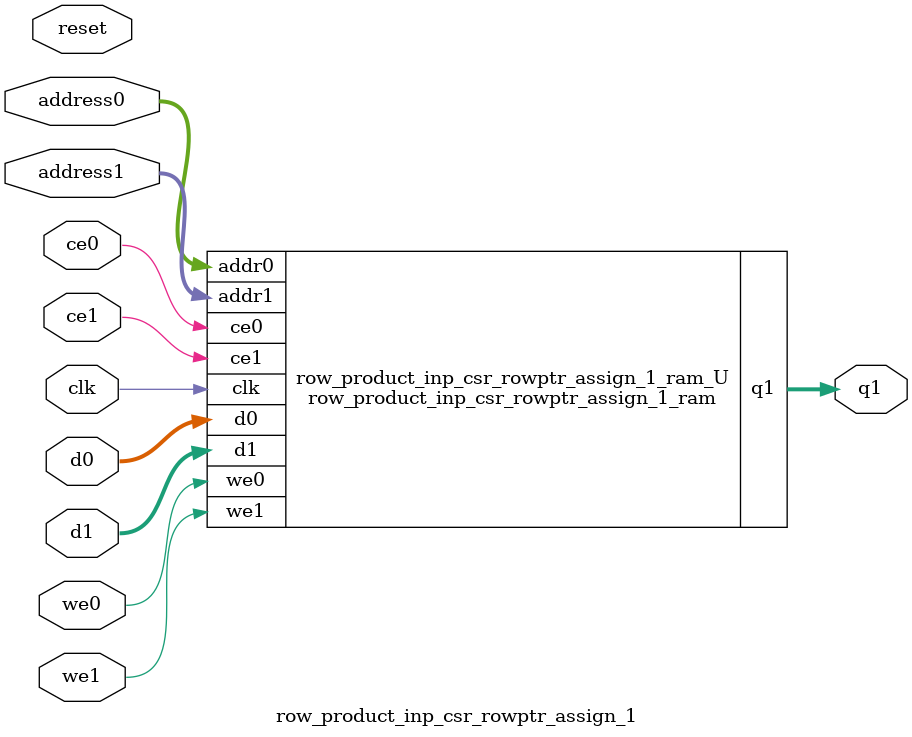
<source format=v>
`timescale 1 ns / 1 ps
module row_product_inp_csr_rowptr_assign_1_ram (addr0, ce0, d0, we0, addr1, ce1, d1, we1, q1,  clk);

parameter DWIDTH = 32;
parameter AWIDTH = 3;
parameter MEM_SIZE = 6;

input[AWIDTH-1:0] addr0;
input ce0;
input[DWIDTH-1:0] d0;
input we0;
input[AWIDTH-1:0] addr1;
input ce1;
input[DWIDTH-1:0] d1;
input we1;
output reg[DWIDTH-1:0] q1;
input clk;

reg [DWIDTH-1:0] ram[0:MEM_SIZE-1];




always @(posedge clk)  
begin 
    if (ce0) begin
        if (we0) 
            ram[addr0] <= d0; 
    end
end


always @(posedge clk)  
begin 
    if (ce1) begin
        if (we1) 
            ram[addr1] <= d1; 
        q1 <= ram[addr1];
    end
end


endmodule

`timescale 1 ns / 1 ps
module row_product_inp_csr_rowptr_assign_1(
    reset,
    clk,
    address0,
    ce0,
    we0,
    d0,
    address1,
    ce1,
    we1,
    d1,
    q1);

parameter DataWidth = 32'd32;
parameter AddressRange = 32'd6;
parameter AddressWidth = 32'd3;
input reset;
input clk;
input[AddressWidth - 1:0] address0;
input ce0;
input we0;
input[DataWidth - 1:0] d0;
input[AddressWidth - 1:0] address1;
input ce1;
input we1;
input[DataWidth - 1:0] d1;
output[DataWidth - 1:0] q1;



row_product_inp_csr_rowptr_assign_1_ram row_product_inp_csr_rowptr_assign_1_ram_U(
    .clk( clk ),
    .addr0( address0 ),
    .ce0( ce0 ),
    .we0( we0 ),
    .d0( d0 ),
    .addr1( address1 ),
    .ce1( ce1 ),
    .we1( we1 ),
    .d1( d1 ),
    .q1( q1 ));

endmodule


</source>
